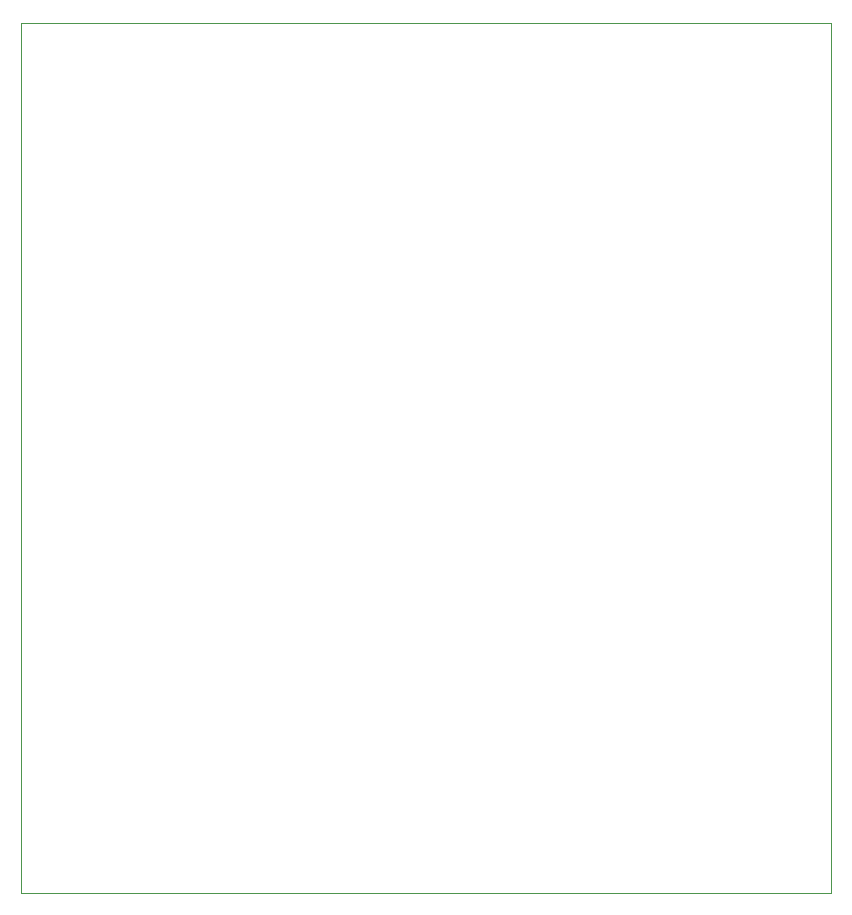
<source format=gm1>
G04 #@! TF.GenerationSoftware,KiCad,Pcbnew,(6.0.9)*
G04 #@! TF.CreationDate,2022-12-01T15:56:23+01:00*
G04 #@! TF.ProjectId,Twin-T,5477696e-2d54-42e6-9b69-6361645f7063,rev?*
G04 #@! TF.SameCoordinates,Original*
G04 #@! TF.FileFunction,Profile,NP*
%FSLAX46Y46*%
G04 Gerber Fmt 4.6, Leading zero omitted, Abs format (unit mm)*
G04 Created by KiCad (PCBNEW (6.0.9)) date 2022-12-01 15:56:23*
%MOMM*%
%LPD*%
G01*
G04 APERTURE LIST*
G04 #@! TA.AperFunction,Profile*
%ADD10C,0.100000*%
G04 #@! TD*
G04 APERTURE END LIST*
D10*
X177546000Y-133096000D02*
X177546000Y-59436000D01*
X177546000Y-59436000D02*
X108966000Y-59436000D01*
X108966000Y-133096000D02*
X177546000Y-133096000D01*
X108966000Y-59436000D02*
X108966000Y-133096000D01*
M02*

</source>
